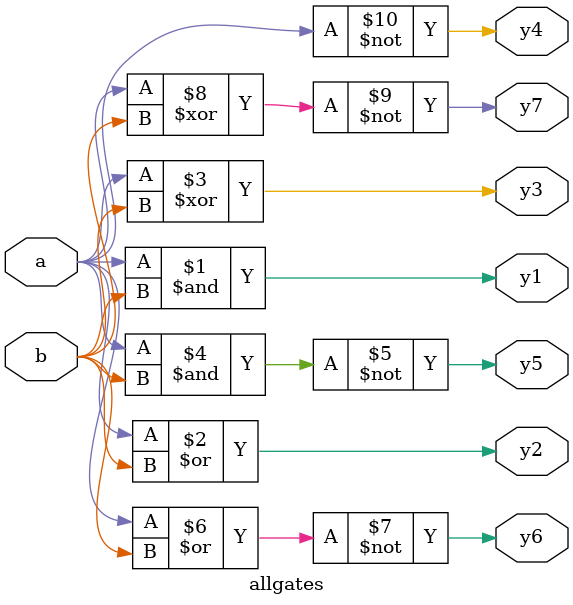
<source format=v>
module allgates(a,b,y1,y2,y3,y4,y5,y6,y7);
input a,b;
output y1,y2,y3,y4,y5,y6,y7;
and g1(y1,a,b);
or g2(y2,a,b);
xor g3(y3,a,b);
not g4(y4,a);
nand g5(y5,a,b);
nor g6(y6,a,b);
xnor g7(y7,a,b);
endmodule

</source>
